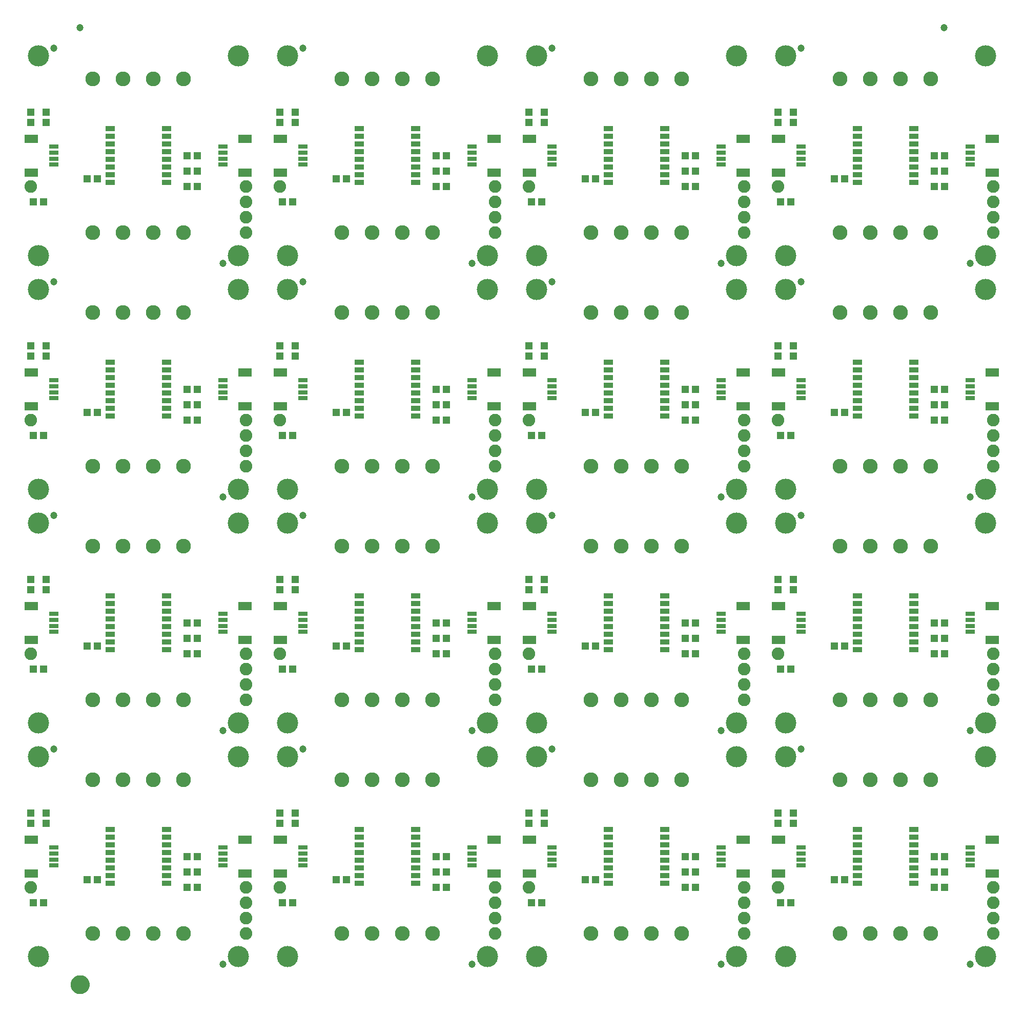
<source format=gts>
G75*
%MOIN*%
%OFA0B0*%
%FSLAX25Y25*%
%IPPOS*%
%LPD*%
%AMOC8*
5,1,8,0,0,1.08239X$1,22.5*
%
%ADD10C,0.13800*%
%ADD11C,0.04737*%
%ADD12R,0.08674X0.05524*%
%ADD13R,0.06115X0.03162*%
%ADD14C,0.08200*%
%ADD15R,0.05131X0.04737*%
%ADD16R,0.04737X0.05131*%
%ADD17R,0.06300X0.03350*%
%ADD18C,0.09658*%
%ADD19C,0.05000*%
%ADD20C,0.06706*%
D10*
X0054962Y0038500D03*
X0184962Y0038500D03*
X0216962Y0038500D03*
X0346962Y0038500D03*
X0378962Y0038500D03*
X0508962Y0038500D03*
X0540962Y0038500D03*
X0670962Y0038500D03*
X0670962Y0168500D03*
X0670962Y0190500D03*
X0540962Y0190500D03*
X0540962Y0168500D03*
X0508962Y0168500D03*
X0508962Y0190500D03*
X0378962Y0190500D03*
X0378962Y0168500D03*
X0346962Y0168500D03*
X0346962Y0190500D03*
X0216962Y0190500D03*
X0216962Y0168500D03*
X0184962Y0168500D03*
X0184962Y0190500D03*
X0054962Y0190500D03*
X0054962Y0168500D03*
X0054962Y0320500D03*
X0054962Y0342500D03*
X0184962Y0342500D03*
X0184962Y0320500D03*
X0216962Y0320500D03*
X0216962Y0342500D03*
X0346962Y0342500D03*
X0346962Y0320500D03*
X0378962Y0320500D03*
X0378962Y0342500D03*
X0508962Y0342500D03*
X0508962Y0320500D03*
X0540962Y0320500D03*
X0540962Y0342500D03*
X0670962Y0342500D03*
X0670962Y0320500D03*
X0670962Y0472500D03*
X0670962Y0494500D03*
X0540962Y0494500D03*
X0540962Y0472500D03*
X0508962Y0472500D03*
X0508962Y0494500D03*
X0378962Y0494500D03*
X0378962Y0472500D03*
X0346962Y0472500D03*
X0346962Y0494500D03*
X0216962Y0494500D03*
X0216962Y0472500D03*
X0184962Y0472500D03*
X0184962Y0494500D03*
X0054962Y0494500D03*
X0054962Y0472500D03*
X0054962Y0624500D03*
X0184962Y0624500D03*
X0216962Y0624500D03*
X0346962Y0624500D03*
X0378962Y0624500D03*
X0508962Y0624500D03*
X0540962Y0624500D03*
X0670962Y0624500D03*
D11*
X0643962Y0642750D03*
X0550962Y0629500D03*
X0498962Y0489500D03*
X0550962Y0477500D03*
X0660962Y0489500D03*
X0660962Y0337500D03*
X0550962Y0325500D03*
X0498962Y0337500D03*
X0388962Y0325500D03*
X0336962Y0337500D03*
X0226962Y0325500D03*
X0174962Y0337500D03*
X0064962Y0325500D03*
X0174962Y0185500D03*
X0226962Y0173500D03*
X0336962Y0185500D03*
X0388962Y0173500D03*
X0498962Y0185500D03*
X0550962Y0173500D03*
X0660962Y0185500D03*
X0660962Y0033500D03*
X0498962Y0033500D03*
X0336962Y0033500D03*
X0174962Y0033500D03*
X0064962Y0173500D03*
X0064962Y0477500D03*
X0174962Y0489500D03*
X0226962Y0477500D03*
X0336962Y0489500D03*
X0388962Y0477500D03*
X0388962Y0629500D03*
X0226962Y0629500D03*
X0081962Y0642750D03*
X0064962Y0629500D03*
D12*
X0050493Y0570524D03*
X0050493Y0548476D03*
X0189430Y0548476D03*
X0212493Y0548476D03*
X0212493Y0570524D03*
X0189430Y0570524D03*
X0351430Y0570524D03*
X0374493Y0570524D03*
X0374493Y0548476D03*
X0351430Y0548476D03*
X0351430Y0418524D03*
X0374493Y0418524D03*
X0374493Y0396476D03*
X0351430Y0396476D03*
X0212493Y0396476D03*
X0189430Y0396476D03*
X0189430Y0418524D03*
X0212493Y0418524D03*
X0050493Y0418524D03*
X0050493Y0396476D03*
X0050493Y0266524D03*
X0050493Y0244476D03*
X0189430Y0244476D03*
X0212493Y0244476D03*
X0212493Y0266524D03*
X0189430Y0266524D03*
X0351430Y0266524D03*
X0374493Y0266524D03*
X0374493Y0244476D03*
X0351430Y0244476D03*
X0351430Y0114524D03*
X0374493Y0114524D03*
X0374493Y0092476D03*
X0351430Y0092476D03*
X0212493Y0092476D03*
X0189430Y0092476D03*
X0189430Y0114524D03*
X0212493Y0114524D03*
X0050493Y0114524D03*
X0050493Y0092476D03*
X0513430Y0092476D03*
X0536493Y0092476D03*
X0536493Y0114524D03*
X0513430Y0114524D03*
X0513430Y0244476D03*
X0536493Y0244476D03*
X0536493Y0266524D03*
X0513430Y0266524D03*
X0513430Y0396476D03*
X0536493Y0396476D03*
X0536493Y0418524D03*
X0513430Y0418524D03*
X0513430Y0548476D03*
X0536493Y0548476D03*
X0536493Y0570524D03*
X0513430Y0570524D03*
X0675430Y0570524D03*
X0675430Y0548476D03*
X0675430Y0418524D03*
X0675430Y0396476D03*
X0675430Y0266524D03*
X0675430Y0244476D03*
X0675430Y0114524D03*
X0675430Y0092476D03*
D13*
X0660962Y0097594D03*
X0660962Y0101531D03*
X0660962Y0105469D03*
X0660962Y0109406D03*
X0550962Y0109406D03*
X0550962Y0105469D03*
X0550962Y0101531D03*
X0550962Y0097594D03*
X0498962Y0097594D03*
X0498962Y0101531D03*
X0498962Y0105469D03*
X0498962Y0109406D03*
X0388962Y0109406D03*
X0388962Y0105469D03*
X0388962Y0101531D03*
X0388962Y0097594D03*
X0336962Y0097594D03*
X0336962Y0101531D03*
X0336962Y0105469D03*
X0336962Y0109406D03*
X0226962Y0109406D03*
X0226962Y0105469D03*
X0226962Y0101531D03*
X0226962Y0097594D03*
X0174962Y0097594D03*
X0174962Y0101531D03*
X0174962Y0105469D03*
X0174962Y0109406D03*
X0064962Y0109406D03*
X0064962Y0105469D03*
X0064962Y0101531D03*
X0064962Y0097594D03*
X0064962Y0249594D03*
X0064962Y0253531D03*
X0064962Y0257469D03*
X0064962Y0261406D03*
X0174962Y0261406D03*
X0174962Y0257469D03*
X0174962Y0253531D03*
X0174962Y0249594D03*
X0226962Y0249594D03*
X0226962Y0253531D03*
X0226962Y0257469D03*
X0226962Y0261406D03*
X0336962Y0261406D03*
X0336962Y0257469D03*
X0336962Y0253531D03*
X0336962Y0249594D03*
X0388962Y0249594D03*
X0388962Y0253531D03*
X0388962Y0257469D03*
X0388962Y0261406D03*
X0498962Y0261406D03*
X0498962Y0257469D03*
X0498962Y0253531D03*
X0498962Y0249594D03*
X0550962Y0249594D03*
X0550962Y0253531D03*
X0550962Y0257469D03*
X0550962Y0261406D03*
X0660962Y0261406D03*
X0660962Y0257469D03*
X0660962Y0253531D03*
X0660962Y0249594D03*
X0660962Y0401594D03*
X0660962Y0405531D03*
X0660962Y0409469D03*
X0660962Y0413406D03*
X0550962Y0413406D03*
X0550962Y0409469D03*
X0550962Y0405531D03*
X0550962Y0401594D03*
X0498962Y0401594D03*
X0498962Y0405531D03*
X0498962Y0409469D03*
X0498962Y0413406D03*
X0388962Y0413406D03*
X0388962Y0409469D03*
X0388962Y0405531D03*
X0388962Y0401594D03*
X0336962Y0401594D03*
X0336962Y0405531D03*
X0336962Y0409469D03*
X0336962Y0413406D03*
X0226962Y0413406D03*
X0226962Y0409469D03*
X0226962Y0405531D03*
X0226962Y0401594D03*
X0174962Y0401594D03*
X0174962Y0405531D03*
X0174962Y0409469D03*
X0174962Y0413406D03*
X0064962Y0413406D03*
X0064962Y0409469D03*
X0064962Y0405531D03*
X0064962Y0401594D03*
X0064962Y0553594D03*
X0064962Y0557531D03*
X0064962Y0561469D03*
X0064962Y0565406D03*
X0174962Y0565406D03*
X0174962Y0561469D03*
X0174962Y0557531D03*
X0174962Y0553594D03*
X0226962Y0553594D03*
X0226962Y0557531D03*
X0226962Y0561469D03*
X0226962Y0565406D03*
X0336962Y0565406D03*
X0336962Y0561469D03*
X0336962Y0557531D03*
X0336962Y0553594D03*
X0388962Y0553594D03*
X0388962Y0557531D03*
X0388962Y0561469D03*
X0388962Y0565406D03*
X0498962Y0565406D03*
X0498962Y0561469D03*
X0498962Y0557531D03*
X0498962Y0553594D03*
X0550962Y0553594D03*
X0550962Y0557531D03*
X0550962Y0561469D03*
X0550962Y0565406D03*
X0660962Y0565406D03*
X0660962Y0561469D03*
X0660962Y0557531D03*
X0660962Y0553594D03*
D14*
X0675962Y0539500D03*
X0675962Y0529500D03*
X0675962Y0519500D03*
X0675962Y0509500D03*
X0675962Y0387500D03*
X0675962Y0377500D03*
X0675962Y0367500D03*
X0675962Y0357500D03*
X0675962Y0235500D03*
X0675962Y0225500D03*
X0675962Y0215500D03*
X0675962Y0205500D03*
X0675962Y0083500D03*
X0675962Y0073500D03*
X0675962Y0063500D03*
X0675962Y0053500D03*
X0535962Y0083500D03*
X0513962Y0083500D03*
X0513962Y0073500D03*
X0513962Y0063500D03*
X0513962Y0053500D03*
X0373962Y0083500D03*
X0351962Y0083500D03*
X0351962Y0073500D03*
X0351962Y0063500D03*
X0351962Y0053500D03*
X0211962Y0083500D03*
X0189962Y0083500D03*
X0189962Y0073500D03*
X0189962Y0063500D03*
X0189962Y0053500D03*
X0049962Y0083500D03*
X0189962Y0205500D03*
X0189962Y0215500D03*
X0189962Y0225500D03*
X0189962Y0235500D03*
X0211962Y0235500D03*
X0189962Y0357500D03*
X0189962Y0367500D03*
X0189962Y0377500D03*
X0189962Y0387500D03*
X0211962Y0387500D03*
X0189962Y0509500D03*
X0189962Y0519500D03*
X0189962Y0529500D03*
X0189962Y0539500D03*
X0211962Y0539500D03*
X0351962Y0539500D03*
X0351962Y0529500D03*
X0351962Y0519500D03*
X0351962Y0509500D03*
X0373962Y0539500D03*
X0513962Y0539500D03*
X0513962Y0529500D03*
X0513962Y0519500D03*
X0513962Y0509500D03*
X0535962Y0539500D03*
X0535962Y0387500D03*
X0513962Y0387500D03*
X0513962Y0377500D03*
X0513962Y0367500D03*
X0513962Y0357500D03*
X0373962Y0387500D03*
X0351962Y0387500D03*
X0351962Y0377500D03*
X0351962Y0367500D03*
X0351962Y0357500D03*
X0351962Y0235500D03*
X0351962Y0225500D03*
X0351962Y0215500D03*
X0351962Y0205500D03*
X0373962Y0235500D03*
X0513962Y0235500D03*
X0513962Y0225500D03*
X0513962Y0215500D03*
X0513962Y0205500D03*
X0535962Y0235500D03*
X0049962Y0235500D03*
X0049962Y0387500D03*
X0049962Y0539500D03*
D15*
X0051615Y0529500D03*
X0058308Y0529500D03*
X0086615Y0544500D03*
X0093308Y0544500D03*
X0151615Y0539500D03*
X0158308Y0539500D03*
X0158308Y0549500D03*
X0151615Y0549500D03*
X0151615Y0559500D03*
X0158308Y0559500D03*
X0213615Y0529500D03*
X0220308Y0529500D03*
X0248615Y0544500D03*
X0255308Y0544500D03*
X0313615Y0539500D03*
X0320308Y0539500D03*
X0320308Y0549500D03*
X0313615Y0549500D03*
X0313615Y0559500D03*
X0320308Y0559500D03*
X0375615Y0529500D03*
X0382308Y0529500D03*
X0410615Y0544500D03*
X0417308Y0544500D03*
X0475615Y0539500D03*
X0482308Y0539500D03*
X0482308Y0549500D03*
X0475615Y0549500D03*
X0475615Y0559500D03*
X0482308Y0559500D03*
X0537615Y0529500D03*
X0544308Y0529500D03*
X0572615Y0544500D03*
X0579308Y0544500D03*
X0637615Y0539500D03*
X0644308Y0539500D03*
X0644308Y0549500D03*
X0637615Y0549500D03*
X0637615Y0559500D03*
X0644308Y0559500D03*
X0644308Y0407500D03*
X0637615Y0407500D03*
X0637615Y0397500D03*
X0644308Y0397500D03*
X0644308Y0387500D03*
X0637615Y0387500D03*
X0579308Y0392500D03*
X0572615Y0392500D03*
X0544308Y0377500D03*
X0537615Y0377500D03*
X0482308Y0387500D03*
X0475615Y0387500D03*
X0475615Y0397500D03*
X0482308Y0397500D03*
X0482308Y0407500D03*
X0475615Y0407500D03*
X0417308Y0392500D03*
X0410615Y0392500D03*
X0382308Y0377500D03*
X0375615Y0377500D03*
X0320308Y0387500D03*
X0313615Y0387500D03*
X0313615Y0397500D03*
X0320308Y0397500D03*
X0320308Y0407500D03*
X0313615Y0407500D03*
X0255308Y0392500D03*
X0248615Y0392500D03*
X0220308Y0377500D03*
X0213615Y0377500D03*
X0158308Y0387500D03*
X0151615Y0387500D03*
X0151615Y0397500D03*
X0158308Y0397500D03*
X0158308Y0407500D03*
X0151615Y0407500D03*
X0093308Y0392500D03*
X0086615Y0392500D03*
X0058308Y0377500D03*
X0051615Y0377500D03*
X0151615Y0255500D03*
X0158308Y0255500D03*
X0158308Y0245500D03*
X0151615Y0245500D03*
X0151615Y0235500D03*
X0158308Y0235500D03*
X0213615Y0225500D03*
X0220308Y0225500D03*
X0248615Y0240500D03*
X0255308Y0240500D03*
X0313615Y0235500D03*
X0320308Y0235500D03*
X0320308Y0245500D03*
X0313615Y0245500D03*
X0313615Y0255500D03*
X0320308Y0255500D03*
X0375615Y0225500D03*
X0382308Y0225500D03*
X0410615Y0240500D03*
X0417308Y0240500D03*
X0475615Y0235500D03*
X0482308Y0235500D03*
X0482308Y0245500D03*
X0475615Y0245500D03*
X0475615Y0255500D03*
X0482308Y0255500D03*
X0537615Y0225500D03*
X0544308Y0225500D03*
X0572615Y0240500D03*
X0579308Y0240500D03*
X0637615Y0235500D03*
X0644308Y0235500D03*
X0644308Y0245500D03*
X0637615Y0245500D03*
X0637615Y0255500D03*
X0644308Y0255500D03*
X0644308Y0103500D03*
X0637615Y0103500D03*
X0637615Y0093500D03*
X0644308Y0093500D03*
X0644308Y0083500D03*
X0637615Y0083500D03*
X0579308Y0088500D03*
X0572615Y0088500D03*
X0544308Y0073500D03*
X0537615Y0073500D03*
X0482308Y0083500D03*
X0475615Y0083500D03*
X0475615Y0093500D03*
X0482308Y0093500D03*
X0482308Y0103500D03*
X0475615Y0103500D03*
X0417308Y0088500D03*
X0410615Y0088500D03*
X0382308Y0073500D03*
X0375615Y0073500D03*
X0320308Y0083500D03*
X0313615Y0083500D03*
X0313615Y0093500D03*
X0320308Y0093500D03*
X0320308Y0103500D03*
X0313615Y0103500D03*
X0255308Y0088500D03*
X0248615Y0088500D03*
X0220308Y0073500D03*
X0213615Y0073500D03*
X0158308Y0083500D03*
X0151615Y0083500D03*
X0151615Y0093500D03*
X0158308Y0093500D03*
X0158308Y0103500D03*
X0151615Y0103500D03*
X0093308Y0088500D03*
X0086615Y0088500D03*
X0058308Y0073500D03*
X0051615Y0073500D03*
X0051615Y0225500D03*
X0058308Y0225500D03*
X0086615Y0240500D03*
X0093308Y0240500D03*
D16*
X0059962Y0277154D03*
X0059962Y0283846D03*
X0049962Y0283846D03*
X0049962Y0277154D03*
X0211962Y0277154D03*
X0211962Y0283846D03*
X0221962Y0283846D03*
X0221962Y0277154D03*
X0373962Y0277154D03*
X0373962Y0283846D03*
X0383962Y0283846D03*
X0383962Y0277154D03*
X0535962Y0277154D03*
X0535962Y0283846D03*
X0545962Y0283846D03*
X0545962Y0277154D03*
X0545962Y0131846D03*
X0545962Y0125154D03*
X0535962Y0125154D03*
X0535962Y0131846D03*
X0383962Y0131846D03*
X0383962Y0125154D03*
X0373962Y0125154D03*
X0373962Y0131846D03*
X0221962Y0131846D03*
X0221962Y0125154D03*
X0211962Y0125154D03*
X0211962Y0131846D03*
X0059962Y0131846D03*
X0059962Y0125154D03*
X0049962Y0125154D03*
X0049962Y0131846D03*
X0049962Y0429154D03*
X0049962Y0435846D03*
X0059962Y0435846D03*
X0059962Y0429154D03*
X0211962Y0429154D03*
X0211962Y0435846D03*
X0221962Y0435846D03*
X0221962Y0429154D03*
X0373962Y0429154D03*
X0373962Y0435846D03*
X0383962Y0435846D03*
X0383962Y0429154D03*
X0535962Y0429154D03*
X0535962Y0435846D03*
X0545962Y0435846D03*
X0545962Y0429154D03*
X0545962Y0581154D03*
X0545962Y0587846D03*
X0535962Y0587846D03*
X0535962Y0581154D03*
X0383962Y0581154D03*
X0383962Y0587846D03*
X0373962Y0587846D03*
X0373962Y0581154D03*
X0221962Y0581154D03*
X0221962Y0587846D03*
X0211962Y0587846D03*
X0211962Y0581154D03*
X0059962Y0581154D03*
X0059962Y0587846D03*
X0049962Y0587846D03*
X0049962Y0581154D03*
D17*
X0101655Y0577000D03*
X0101655Y0572000D03*
X0101655Y0567000D03*
X0101655Y0562000D03*
X0101655Y0557000D03*
X0101655Y0552000D03*
X0101655Y0547000D03*
X0101655Y0542000D03*
X0138269Y0542000D03*
X0138269Y0547000D03*
X0138269Y0552000D03*
X0138269Y0557000D03*
X0138269Y0562000D03*
X0138269Y0567000D03*
X0138269Y0572000D03*
X0138269Y0577000D03*
X0263655Y0577000D03*
X0263655Y0572000D03*
X0263655Y0567000D03*
X0263655Y0562000D03*
X0263655Y0557000D03*
X0263655Y0552000D03*
X0263655Y0547000D03*
X0263655Y0542000D03*
X0300269Y0542000D03*
X0300269Y0547000D03*
X0300269Y0552000D03*
X0300269Y0557000D03*
X0300269Y0562000D03*
X0300269Y0567000D03*
X0300269Y0572000D03*
X0300269Y0577000D03*
X0425655Y0577000D03*
X0425655Y0572000D03*
X0425655Y0567000D03*
X0425655Y0562000D03*
X0425655Y0557000D03*
X0425655Y0552000D03*
X0425655Y0547000D03*
X0425655Y0542000D03*
X0462269Y0542000D03*
X0462269Y0547000D03*
X0462269Y0552000D03*
X0462269Y0557000D03*
X0462269Y0562000D03*
X0462269Y0567000D03*
X0462269Y0572000D03*
X0462269Y0577000D03*
X0587655Y0577000D03*
X0587655Y0572000D03*
X0587655Y0567000D03*
X0587655Y0562000D03*
X0587655Y0557000D03*
X0587655Y0552000D03*
X0587655Y0547000D03*
X0587655Y0542000D03*
X0624269Y0542000D03*
X0624269Y0547000D03*
X0624269Y0552000D03*
X0624269Y0557000D03*
X0624269Y0562000D03*
X0624269Y0567000D03*
X0624269Y0572000D03*
X0624269Y0577000D03*
X0624269Y0425000D03*
X0624269Y0420000D03*
X0624269Y0415000D03*
X0624269Y0410000D03*
X0624269Y0405000D03*
X0624269Y0400000D03*
X0624269Y0395000D03*
X0624269Y0390000D03*
X0587655Y0390000D03*
X0587655Y0395000D03*
X0587655Y0400000D03*
X0587655Y0405000D03*
X0587655Y0410000D03*
X0587655Y0415000D03*
X0587655Y0420000D03*
X0587655Y0425000D03*
X0462269Y0425000D03*
X0462269Y0420000D03*
X0462269Y0415000D03*
X0462269Y0410000D03*
X0462269Y0405000D03*
X0462269Y0400000D03*
X0462269Y0395000D03*
X0462269Y0390000D03*
X0425655Y0390000D03*
X0425655Y0395000D03*
X0425655Y0400000D03*
X0425655Y0405000D03*
X0425655Y0410000D03*
X0425655Y0415000D03*
X0425655Y0420000D03*
X0425655Y0425000D03*
X0300269Y0425000D03*
X0300269Y0420000D03*
X0300269Y0415000D03*
X0300269Y0410000D03*
X0300269Y0405000D03*
X0300269Y0400000D03*
X0300269Y0395000D03*
X0300269Y0390000D03*
X0263655Y0390000D03*
X0263655Y0395000D03*
X0263655Y0400000D03*
X0263655Y0405000D03*
X0263655Y0410000D03*
X0263655Y0415000D03*
X0263655Y0420000D03*
X0263655Y0425000D03*
X0138269Y0425000D03*
X0138269Y0420000D03*
X0138269Y0415000D03*
X0138269Y0410000D03*
X0138269Y0405000D03*
X0138269Y0400000D03*
X0138269Y0395000D03*
X0138269Y0390000D03*
X0101655Y0390000D03*
X0101655Y0395000D03*
X0101655Y0400000D03*
X0101655Y0405000D03*
X0101655Y0410000D03*
X0101655Y0415000D03*
X0101655Y0420000D03*
X0101655Y0425000D03*
X0101655Y0273000D03*
X0101655Y0268000D03*
X0101655Y0263000D03*
X0101655Y0258000D03*
X0101655Y0253000D03*
X0101655Y0248000D03*
X0101655Y0243000D03*
X0101655Y0238000D03*
X0138269Y0238000D03*
X0138269Y0243000D03*
X0138269Y0248000D03*
X0138269Y0253000D03*
X0138269Y0258000D03*
X0138269Y0263000D03*
X0138269Y0268000D03*
X0138269Y0273000D03*
X0263655Y0273000D03*
X0263655Y0268000D03*
X0263655Y0263000D03*
X0263655Y0258000D03*
X0263655Y0253000D03*
X0263655Y0248000D03*
X0263655Y0243000D03*
X0263655Y0238000D03*
X0300269Y0238000D03*
X0300269Y0243000D03*
X0300269Y0248000D03*
X0300269Y0253000D03*
X0300269Y0258000D03*
X0300269Y0263000D03*
X0300269Y0268000D03*
X0300269Y0273000D03*
X0425655Y0273000D03*
X0425655Y0268000D03*
X0425655Y0263000D03*
X0425655Y0258000D03*
X0425655Y0253000D03*
X0425655Y0248000D03*
X0425655Y0243000D03*
X0425655Y0238000D03*
X0462269Y0238000D03*
X0462269Y0243000D03*
X0462269Y0248000D03*
X0462269Y0253000D03*
X0462269Y0258000D03*
X0462269Y0263000D03*
X0462269Y0268000D03*
X0462269Y0273000D03*
X0587655Y0273000D03*
X0587655Y0268000D03*
X0587655Y0263000D03*
X0587655Y0258000D03*
X0587655Y0253000D03*
X0587655Y0248000D03*
X0587655Y0243000D03*
X0587655Y0238000D03*
X0624269Y0238000D03*
X0624269Y0243000D03*
X0624269Y0248000D03*
X0624269Y0253000D03*
X0624269Y0258000D03*
X0624269Y0263000D03*
X0624269Y0268000D03*
X0624269Y0273000D03*
X0624269Y0121000D03*
X0624269Y0116000D03*
X0624269Y0111000D03*
X0624269Y0106000D03*
X0624269Y0101000D03*
X0624269Y0096000D03*
X0624269Y0091000D03*
X0624269Y0086000D03*
X0587655Y0086000D03*
X0587655Y0091000D03*
X0587655Y0096000D03*
X0587655Y0101000D03*
X0587655Y0106000D03*
X0587655Y0111000D03*
X0587655Y0116000D03*
X0587655Y0121000D03*
X0462269Y0121000D03*
X0462269Y0116000D03*
X0462269Y0111000D03*
X0462269Y0106000D03*
X0462269Y0101000D03*
X0462269Y0096000D03*
X0462269Y0091000D03*
X0462269Y0086000D03*
X0425655Y0086000D03*
X0425655Y0091000D03*
X0425655Y0096000D03*
X0425655Y0101000D03*
X0425655Y0106000D03*
X0425655Y0111000D03*
X0425655Y0116000D03*
X0425655Y0121000D03*
X0300269Y0121000D03*
X0300269Y0116000D03*
X0300269Y0111000D03*
X0300269Y0106000D03*
X0300269Y0101000D03*
X0300269Y0096000D03*
X0300269Y0091000D03*
X0300269Y0086000D03*
X0263655Y0086000D03*
X0263655Y0091000D03*
X0263655Y0096000D03*
X0263655Y0101000D03*
X0263655Y0106000D03*
X0263655Y0111000D03*
X0263655Y0116000D03*
X0263655Y0121000D03*
X0138269Y0121000D03*
X0138269Y0116000D03*
X0138269Y0111000D03*
X0138269Y0106000D03*
X0138269Y0101000D03*
X0138269Y0096000D03*
X0138269Y0091000D03*
X0138269Y0086000D03*
X0101655Y0086000D03*
X0101655Y0091000D03*
X0101655Y0096000D03*
X0101655Y0101000D03*
X0101655Y0106000D03*
X0101655Y0111000D03*
X0101655Y0116000D03*
X0101655Y0121000D03*
D18*
X0110119Y0153500D03*
X0090434Y0153500D03*
X0129804Y0153500D03*
X0149489Y0153500D03*
X0149489Y0205500D03*
X0129804Y0205500D03*
X0110119Y0205500D03*
X0090434Y0205500D03*
X0090434Y0305500D03*
X0110119Y0305500D03*
X0129804Y0305500D03*
X0149489Y0305500D03*
X0149489Y0357500D03*
X0129804Y0357500D03*
X0110119Y0357500D03*
X0090434Y0357500D03*
X0090434Y0457500D03*
X0110119Y0457500D03*
X0129804Y0457500D03*
X0149489Y0457500D03*
X0149489Y0509500D03*
X0129804Y0509500D03*
X0110119Y0509500D03*
X0090434Y0509500D03*
X0090434Y0609500D03*
X0110119Y0609500D03*
X0129804Y0609500D03*
X0149489Y0609500D03*
X0252434Y0609500D03*
X0272119Y0609500D03*
X0291804Y0609500D03*
X0311489Y0609500D03*
X0414434Y0609500D03*
X0434119Y0609500D03*
X0453804Y0609500D03*
X0473489Y0609500D03*
X0576434Y0609500D03*
X0596119Y0609500D03*
X0615804Y0609500D03*
X0635489Y0609500D03*
X0635489Y0509500D03*
X0615804Y0509500D03*
X0596119Y0509500D03*
X0576434Y0509500D03*
X0576434Y0457500D03*
X0596119Y0457500D03*
X0615804Y0457500D03*
X0635489Y0457500D03*
X0635489Y0357500D03*
X0615804Y0357500D03*
X0596119Y0357500D03*
X0576434Y0357500D03*
X0576434Y0305500D03*
X0596119Y0305500D03*
X0615804Y0305500D03*
X0635489Y0305500D03*
X0635489Y0205500D03*
X0615804Y0205500D03*
X0596119Y0205500D03*
X0576434Y0205500D03*
X0576434Y0153500D03*
X0596119Y0153500D03*
X0615804Y0153500D03*
X0635489Y0153500D03*
X0635489Y0053500D03*
X0615804Y0053500D03*
X0596119Y0053500D03*
X0576434Y0053500D03*
X0473489Y0053500D03*
X0453804Y0053500D03*
X0434119Y0053500D03*
X0414434Y0053500D03*
X0311489Y0053500D03*
X0291804Y0053500D03*
X0272119Y0053500D03*
X0252434Y0053500D03*
X0149489Y0053500D03*
X0129804Y0053500D03*
X0110119Y0053500D03*
X0090434Y0053500D03*
X0252434Y0153500D03*
X0272119Y0153500D03*
X0291804Y0153500D03*
X0311489Y0153500D03*
X0311489Y0205500D03*
X0291804Y0205500D03*
X0272119Y0205500D03*
X0252434Y0205500D03*
X0252434Y0305500D03*
X0272119Y0305500D03*
X0291804Y0305500D03*
X0311489Y0305500D03*
X0311489Y0357500D03*
X0291804Y0357500D03*
X0272119Y0357500D03*
X0252434Y0357500D03*
X0252434Y0457500D03*
X0272119Y0457500D03*
X0291804Y0457500D03*
X0311489Y0457500D03*
X0311489Y0509500D03*
X0291804Y0509500D03*
X0272119Y0509500D03*
X0252434Y0509500D03*
X0414434Y0509500D03*
X0434119Y0509500D03*
X0453804Y0509500D03*
X0473489Y0509500D03*
X0473489Y0457500D03*
X0453804Y0457500D03*
X0434119Y0457500D03*
X0414434Y0457500D03*
X0414434Y0357500D03*
X0434119Y0357500D03*
X0453804Y0357500D03*
X0473489Y0357500D03*
X0473489Y0305500D03*
X0453804Y0305500D03*
X0434119Y0305500D03*
X0414434Y0305500D03*
X0414434Y0205500D03*
X0434119Y0205500D03*
X0453804Y0205500D03*
X0473489Y0205500D03*
X0473489Y0153500D03*
X0453804Y0153500D03*
X0434119Y0153500D03*
X0414434Y0153500D03*
D19*
X0078397Y0020250D02*
X0078399Y0020369D01*
X0078405Y0020488D01*
X0078415Y0020607D01*
X0078429Y0020725D01*
X0078447Y0020843D01*
X0078468Y0020960D01*
X0078494Y0021076D01*
X0078524Y0021192D01*
X0078557Y0021306D01*
X0078594Y0021419D01*
X0078635Y0021531D01*
X0078680Y0021642D01*
X0078728Y0021751D01*
X0078780Y0021858D01*
X0078836Y0021963D01*
X0078895Y0022067D01*
X0078957Y0022168D01*
X0079023Y0022268D01*
X0079092Y0022365D01*
X0079164Y0022459D01*
X0079240Y0022552D01*
X0079318Y0022641D01*
X0079399Y0022728D01*
X0079484Y0022813D01*
X0079571Y0022894D01*
X0079660Y0022972D01*
X0079753Y0023048D01*
X0079847Y0023120D01*
X0079944Y0023189D01*
X0080044Y0023255D01*
X0080145Y0023317D01*
X0080249Y0023376D01*
X0080354Y0023432D01*
X0080461Y0023484D01*
X0080570Y0023532D01*
X0080681Y0023577D01*
X0080793Y0023618D01*
X0080906Y0023655D01*
X0081020Y0023688D01*
X0081136Y0023718D01*
X0081252Y0023744D01*
X0081369Y0023765D01*
X0081487Y0023783D01*
X0081605Y0023797D01*
X0081724Y0023807D01*
X0081843Y0023813D01*
X0081962Y0023815D01*
X0082081Y0023813D01*
X0082200Y0023807D01*
X0082319Y0023797D01*
X0082437Y0023783D01*
X0082555Y0023765D01*
X0082672Y0023744D01*
X0082788Y0023718D01*
X0082904Y0023688D01*
X0083018Y0023655D01*
X0083131Y0023618D01*
X0083243Y0023577D01*
X0083354Y0023532D01*
X0083463Y0023484D01*
X0083570Y0023432D01*
X0083675Y0023376D01*
X0083779Y0023317D01*
X0083880Y0023255D01*
X0083980Y0023189D01*
X0084077Y0023120D01*
X0084171Y0023048D01*
X0084264Y0022972D01*
X0084353Y0022894D01*
X0084440Y0022813D01*
X0084525Y0022728D01*
X0084606Y0022641D01*
X0084684Y0022552D01*
X0084760Y0022459D01*
X0084832Y0022365D01*
X0084901Y0022268D01*
X0084967Y0022168D01*
X0085029Y0022067D01*
X0085088Y0021963D01*
X0085144Y0021858D01*
X0085196Y0021751D01*
X0085244Y0021642D01*
X0085289Y0021531D01*
X0085330Y0021419D01*
X0085367Y0021306D01*
X0085400Y0021192D01*
X0085430Y0021076D01*
X0085456Y0020960D01*
X0085477Y0020843D01*
X0085495Y0020725D01*
X0085509Y0020607D01*
X0085519Y0020488D01*
X0085525Y0020369D01*
X0085527Y0020250D01*
X0085525Y0020131D01*
X0085519Y0020012D01*
X0085509Y0019893D01*
X0085495Y0019775D01*
X0085477Y0019657D01*
X0085456Y0019540D01*
X0085430Y0019424D01*
X0085400Y0019308D01*
X0085367Y0019194D01*
X0085330Y0019081D01*
X0085289Y0018969D01*
X0085244Y0018858D01*
X0085196Y0018749D01*
X0085144Y0018642D01*
X0085088Y0018537D01*
X0085029Y0018433D01*
X0084967Y0018332D01*
X0084901Y0018232D01*
X0084832Y0018135D01*
X0084760Y0018041D01*
X0084684Y0017948D01*
X0084606Y0017859D01*
X0084525Y0017772D01*
X0084440Y0017687D01*
X0084353Y0017606D01*
X0084264Y0017528D01*
X0084171Y0017452D01*
X0084077Y0017380D01*
X0083980Y0017311D01*
X0083880Y0017245D01*
X0083779Y0017183D01*
X0083675Y0017124D01*
X0083570Y0017068D01*
X0083463Y0017016D01*
X0083354Y0016968D01*
X0083243Y0016923D01*
X0083131Y0016882D01*
X0083018Y0016845D01*
X0082904Y0016812D01*
X0082788Y0016782D01*
X0082672Y0016756D01*
X0082555Y0016735D01*
X0082437Y0016717D01*
X0082319Y0016703D01*
X0082200Y0016693D01*
X0082081Y0016687D01*
X0081962Y0016685D01*
X0081843Y0016687D01*
X0081724Y0016693D01*
X0081605Y0016703D01*
X0081487Y0016717D01*
X0081369Y0016735D01*
X0081252Y0016756D01*
X0081136Y0016782D01*
X0081020Y0016812D01*
X0080906Y0016845D01*
X0080793Y0016882D01*
X0080681Y0016923D01*
X0080570Y0016968D01*
X0080461Y0017016D01*
X0080354Y0017068D01*
X0080249Y0017124D01*
X0080145Y0017183D01*
X0080044Y0017245D01*
X0079944Y0017311D01*
X0079847Y0017380D01*
X0079753Y0017452D01*
X0079660Y0017528D01*
X0079571Y0017606D01*
X0079484Y0017687D01*
X0079399Y0017772D01*
X0079318Y0017859D01*
X0079240Y0017948D01*
X0079164Y0018041D01*
X0079092Y0018135D01*
X0079023Y0018232D01*
X0078957Y0018332D01*
X0078895Y0018433D01*
X0078836Y0018537D01*
X0078780Y0018642D01*
X0078728Y0018749D01*
X0078680Y0018858D01*
X0078635Y0018969D01*
X0078594Y0019081D01*
X0078557Y0019194D01*
X0078524Y0019308D01*
X0078494Y0019424D01*
X0078468Y0019540D01*
X0078447Y0019657D01*
X0078429Y0019775D01*
X0078415Y0019893D01*
X0078405Y0020012D01*
X0078399Y0020131D01*
X0078397Y0020250D01*
D20*
X0081962Y0020250D03*
M02*

</source>
